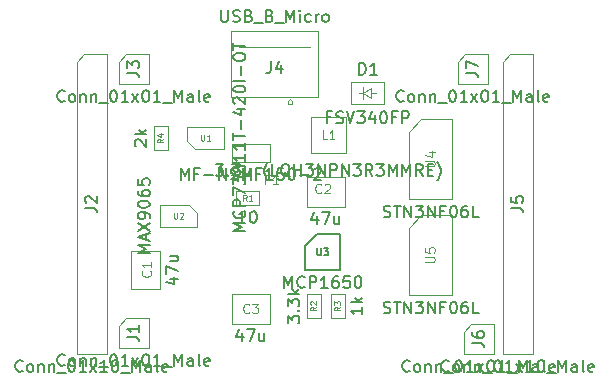
<source format=gbr>
G04 #@! TF.GenerationSoftware,KiCad,Pcbnew,(5.0.1)-3*
G04 #@! TF.CreationDate,2019-08-21T09:16:30-04:00*
G04 #@! TF.ProjectId,BMS Module,424D53204D6F64756C652E6B69636164,rev?*
G04 #@! TF.SameCoordinates,Original*
G04 #@! TF.FileFunction,Other,Fab,Top*
%FSLAX46Y46*%
G04 Gerber Fmt 4.6, Leading zero omitted, Abs format (unit mm)*
G04 Created by KiCad (PCBNEW (5.0.1)-3) date 8/21/2019 9:16:30 AM*
%MOMM*%
%LPD*%
G01*
G04 APERTURE LIST*
%ADD10C,0.100000*%
%ADD11C,0.150000*%
%ADD12C,0.120000*%
%ADD13C,0.105000*%
%ADD14C,0.075000*%
%ADD15C,0.080000*%
G04 APERTURE END LIST*
D10*
G04 #@! TO.C,J4*
X77580000Y-46850000D02*
X77580000Y-52400000D01*
X84280000Y-48150000D02*
X78280000Y-48150000D01*
X84980000Y-46850000D02*
X77580000Y-46850000D01*
X84980000Y-52400000D02*
X77580000Y-52400000D01*
X84980000Y-46850000D02*
X84980000Y-52400000D01*
X82580000Y-52550000D02*
X82780000Y-52750000D01*
X82380000Y-52750000D02*
X82580000Y-52550000D01*
X82780000Y-52960000D02*
X82380000Y-52960000D01*
X82780000Y-52960000D02*
X82780000Y-52750000D01*
X82380000Y-52960000D02*
X82380000Y-52750000D01*
G04 #@! TO.C,F1*
X77648000Y-57950000D02*
X77648000Y-56350000D01*
X77648000Y-56350000D02*
X80848000Y-56350000D01*
X80848000Y-56350000D02*
X80848000Y-57950000D01*
X80848000Y-57950000D02*
X77648000Y-57950000D01*
G04 #@! TO.C,C2*
X83998000Y-61702000D02*
X83998000Y-59202000D01*
X83998000Y-59202000D02*
X87198000Y-59202000D01*
X87198000Y-59202000D02*
X87198000Y-61702000D01*
X87198000Y-61702000D02*
X83998000Y-61702000D01*
G04 #@! TO.C,C3*
X80848000Y-71608000D02*
X77648000Y-71608000D01*
X80848000Y-69108000D02*
X80848000Y-71608000D01*
X77648000Y-69108000D02*
X80848000Y-69108000D01*
X77648000Y-71608000D02*
X77648000Y-69108000D01*
G04 #@! TO.C,C1*
X71608000Y-68656000D02*
X69108000Y-68656000D01*
X69108000Y-68656000D02*
X69108000Y-65456000D01*
X69108000Y-65456000D02*
X71608000Y-65456000D01*
X71608000Y-65456000D02*
X71608000Y-68656000D01*
G04 #@! TO.C,J1*
X68072000Y-71755000D02*
X68707000Y-71120000D01*
X68072000Y-73660000D02*
X68072000Y-71755000D01*
X70612000Y-73660000D02*
X68072000Y-73660000D01*
X70612000Y-71120000D02*
X70612000Y-73660000D01*
X68707000Y-71120000D02*
X70612000Y-71120000D01*
G04 #@! TO.C,J3*
X68707000Y-48768000D02*
X70612000Y-48768000D01*
X70612000Y-48768000D02*
X70612000Y-51308000D01*
X70612000Y-51308000D02*
X68072000Y-51308000D01*
X68072000Y-51308000D02*
X68072000Y-49403000D01*
X68072000Y-49403000D02*
X68707000Y-48768000D01*
G04 #@! TO.C,J6*
X97282000Y-72263000D02*
X97917000Y-71628000D01*
X97282000Y-74168000D02*
X97282000Y-72263000D01*
X99822000Y-74168000D02*
X97282000Y-74168000D01*
X99822000Y-71628000D02*
X99822000Y-74168000D01*
X97917000Y-71628000D02*
X99822000Y-71628000D01*
G04 #@! TO.C,J7*
X97409000Y-48768000D02*
X99314000Y-48768000D01*
X99314000Y-48768000D02*
X99314000Y-51308000D01*
X99314000Y-51308000D02*
X96774000Y-51308000D01*
X96774000Y-51308000D02*
X96774000Y-49403000D01*
X96774000Y-49403000D02*
X97409000Y-48768000D01*
G04 #@! TO.C,J5*
X100584000Y-49403000D02*
X101219000Y-48768000D01*
X100584000Y-74168000D02*
X100584000Y-49403000D01*
X103124000Y-74168000D02*
X100584000Y-74168000D01*
X103124000Y-48768000D02*
X103124000Y-74168000D01*
X101219000Y-48768000D02*
X103124000Y-48768000D01*
G04 #@! TO.C,J2*
X65151000Y-48768000D02*
X67056000Y-48768000D01*
X67056000Y-48768000D02*
X67056000Y-74168000D01*
X67056000Y-74168000D02*
X64516000Y-74168000D01*
X64516000Y-74168000D02*
X64516000Y-49403000D01*
X64516000Y-49403000D02*
X65151000Y-48768000D01*
G04 #@! TO.C,D1*
X89404000Y-52070000D02*
X89904000Y-52070000D01*
X89404000Y-52470000D02*
X88804000Y-52070000D01*
X89404000Y-51670000D02*
X89404000Y-52470000D01*
X88804000Y-52070000D02*
X89404000Y-51670000D01*
X88804000Y-52070000D02*
X88804000Y-52620000D01*
X88804000Y-52070000D02*
X88804000Y-51520000D01*
X88404000Y-52070000D02*
X88804000Y-52070000D01*
X87754000Y-52970000D02*
X87754000Y-51170000D01*
X90554000Y-52970000D02*
X87754000Y-52970000D01*
X90554000Y-51170000D02*
X90554000Y-52970000D01*
X87754000Y-51170000D02*
X90554000Y-51170000D01*
G04 #@! TO.C,L1*
X84352000Y-54126000D02*
X84352000Y-57126000D01*
X84352000Y-57126000D02*
X87352000Y-57126000D01*
X87352000Y-57126000D02*
X87352000Y-54126000D01*
X87352000Y-54126000D02*
X84352000Y-54126000D01*
D11*
G04 #@! TO.C,U3*
X84844000Y-64032000D02*
X86844000Y-64032000D01*
X86844000Y-64032000D02*
X86844000Y-67032000D01*
X86844000Y-67032000D02*
X83844000Y-67032000D01*
X83844000Y-67032000D02*
X83844000Y-65032000D01*
X83844000Y-65032000D02*
X84844000Y-64032000D01*
D10*
G04 #@! TO.C,U4*
X96338000Y-54308000D02*
X96338000Y-61008000D01*
X92638000Y-61008000D02*
X96338000Y-61008000D01*
X93688000Y-54308000D02*
X96338000Y-54308000D01*
X92638000Y-55358000D02*
X92638000Y-61008000D01*
X92638000Y-55358000D02*
X93688000Y-54308000D01*
G04 #@! TO.C,U5*
X92638000Y-63486000D02*
X93688000Y-62436000D01*
X92638000Y-63486000D02*
X92638000Y-69136000D01*
X93688000Y-62436000D02*
X96338000Y-62436000D01*
X92638000Y-69136000D02*
X96338000Y-69136000D01*
X96338000Y-62436000D02*
X96338000Y-69136000D01*
G04 #@! TO.C,U1*
X73888000Y-54980000D02*
X76988000Y-54980000D01*
X76988000Y-54980000D02*
X76988000Y-56780000D01*
X74538000Y-56780000D02*
X76988000Y-56780000D01*
X73888000Y-54980000D02*
X73888000Y-56130000D01*
X74538000Y-56780000D02*
X73888000Y-56130000D01*
G04 #@! TO.C,U2*
X74052000Y-61584000D02*
X74702000Y-62234000D01*
X74702000Y-63384000D02*
X74702000Y-62234000D01*
X74052000Y-61584000D02*
X71602000Y-61584000D01*
X71602000Y-63384000D02*
X71602000Y-61584000D01*
X74702000Y-63384000D02*
X71602000Y-63384000D01*
G04 #@! TO.C,R3*
X87214000Y-69104000D02*
X87214000Y-71104000D01*
X86014000Y-69104000D02*
X87214000Y-69104000D01*
X86014000Y-71104000D02*
X86014000Y-69104000D01*
X87214000Y-71104000D02*
X86014000Y-71104000D01*
G04 #@! TO.C,R4*
X71028000Y-54880000D02*
X72228000Y-54880000D01*
X72228000Y-54880000D02*
X72228000Y-56880000D01*
X72228000Y-56880000D02*
X71028000Y-56880000D01*
X71028000Y-56880000D02*
X71028000Y-54880000D01*
G04 #@! TO.C,R2*
X83982000Y-71104000D02*
X83982000Y-69104000D01*
X85182000Y-71104000D02*
X83982000Y-71104000D01*
X85182000Y-69104000D02*
X85182000Y-71104000D01*
X83982000Y-69104000D02*
X85182000Y-69104000D01*
G04 #@! TO.C,R1*
X77994000Y-61560000D02*
X77994000Y-60360000D01*
X77994000Y-60360000D02*
X79994000Y-60360000D01*
X79994000Y-60360000D02*
X79994000Y-61560000D01*
X79994000Y-61560000D02*
X77994000Y-61560000D01*
G04 #@! TD*
G04 #@! TO.C,J4*
D11*
X76756190Y-45052380D02*
X76756190Y-45861904D01*
X76803809Y-45957142D01*
X76851428Y-46004761D01*
X76946666Y-46052380D01*
X77137142Y-46052380D01*
X77232380Y-46004761D01*
X77280000Y-45957142D01*
X77327619Y-45861904D01*
X77327619Y-45052380D01*
X77756190Y-46004761D02*
X77899047Y-46052380D01*
X78137142Y-46052380D01*
X78232380Y-46004761D01*
X78280000Y-45957142D01*
X78327619Y-45861904D01*
X78327619Y-45766666D01*
X78280000Y-45671428D01*
X78232380Y-45623809D01*
X78137142Y-45576190D01*
X77946666Y-45528571D01*
X77851428Y-45480952D01*
X77803809Y-45433333D01*
X77756190Y-45338095D01*
X77756190Y-45242857D01*
X77803809Y-45147619D01*
X77851428Y-45100000D01*
X77946666Y-45052380D01*
X78184761Y-45052380D01*
X78327619Y-45100000D01*
X79089523Y-45528571D02*
X79232380Y-45576190D01*
X79280000Y-45623809D01*
X79327619Y-45719047D01*
X79327619Y-45861904D01*
X79280000Y-45957142D01*
X79232380Y-46004761D01*
X79137142Y-46052380D01*
X78756190Y-46052380D01*
X78756190Y-45052380D01*
X79089523Y-45052380D01*
X79184761Y-45100000D01*
X79232380Y-45147619D01*
X79280000Y-45242857D01*
X79280000Y-45338095D01*
X79232380Y-45433333D01*
X79184761Y-45480952D01*
X79089523Y-45528571D01*
X78756190Y-45528571D01*
X79518095Y-46147619D02*
X80280000Y-46147619D01*
X80851428Y-45528571D02*
X80994285Y-45576190D01*
X81041904Y-45623809D01*
X81089523Y-45719047D01*
X81089523Y-45861904D01*
X81041904Y-45957142D01*
X80994285Y-46004761D01*
X80899047Y-46052380D01*
X80518095Y-46052380D01*
X80518095Y-45052380D01*
X80851428Y-45052380D01*
X80946666Y-45100000D01*
X80994285Y-45147619D01*
X81041904Y-45242857D01*
X81041904Y-45338095D01*
X80994285Y-45433333D01*
X80946666Y-45480952D01*
X80851428Y-45528571D01*
X80518095Y-45528571D01*
X81280000Y-46147619D02*
X82041904Y-46147619D01*
X82280000Y-46052380D02*
X82280000Y-45052380D01*
X82613333Y-45766666D01*
X82946666Y-45052380D01*
X82946666Y-46052380D01*
X83422857Y-46052380D02*
X83422857Y-45385714D01*
X83422857Y-45052380D02*
X83375238Y-45100000D01*
X83422857Y-45147619D01*
X83470476Y-45100000D01*
X83422857Y-45052380D01*
X83422857Y-45147619D01*
X84327619Y-46004761D02*
X84232380Y-46052380D01*
X84041904Y-46052380D01*
X83946666Y-46004761D01*
X83899047Y-45957142D01*
X83851428Y-45861904D01*
X83851428Y-45576190D01*
X83899047Y-45480952D01*
X83946666Y-45433333D01*
X84041904Y-45385714D01*
X84232380Y-45385714D01*
X84327619Y-45433333D01*
X84756190Y-46052380D02*
X84756190Y-45385714D01*
X84756190Y-45576190D02*
X84803809Y-45480952D01*
X84851428Y-45433333D01*
X84946666Y-45385714D01*
X85041904Y-45385714D01*
X85518095Y-46052380D02*
X85422857Y-46004761D01*
X85375238Y-45957142D01*
X85327619Y-45861904D01*
X85327619Y-45576190D01*
X85375238Y-45480952D01*
X85422857Y-45433333D01*
X85518095Y-45385714D01*
X85660952Y-45385714D01*
X85756190Y-45433333D01*
X85803809Y-45480952D01*
X85851428Y-45576190D01*
X85851428Y-45861904D01*
X85803809Y-45957142D01*
X85756190Y-46004761D01*
X85660952Y-46052380D01*
X85518095Y-46052380D01*
X80946666Y-49402380D02*
X80946666Y-50116666D01*
X80899047Y-50259523D01*
X80803809Y-50354761D01*
X80660952Y-50402380D01*
X80565714Y-50402380D01*
X81851428Y-49735714D02*
X81851428Y-50402380D01*
X81613333Y-49354761D02*
X81375238Y-50069047D01*
X81994285Y-50069047D01*
G04 #@! TO.C,F1*
X73343238Y-59422380D02*
X73343238Y-58422380D01*
X73676571Y-59136666D01*
X74009904Y-58422380D01*
X74009904Y-59422380D01*
X74819428Y-58898571D02*
X74486095Y-58898571D01*
X74486095Y-59422380D02*
X74486095Y-58422380D01*
X74962285Y-58422380D01*
X75343238Y-59041428D02*
X76105142Y-59041428D01*
X76581333Y-59422380D02*
X76581333Y-58422380D01*
X77152761Y-59422380D01*
X77152761Y-58422380D01*
X77581333Y-59374761D02*
X77724190Y-59422380D01*
X77962285Y-59422380D01*
X78057523Y-59374761D01*
X78105142Y-59327142D01*
X78152761Y-59231904D01*
X78152761Y-59136666D01*
X78105142Y-59041428D01*
X78057523Y-58993809D01*
X77962285Y-58946190D01*
X77771809Y-58898571D01*
X77676571Y-58850952D01*
X77628952Y-58803333D01*
X77581333Y-58708095D01*
X77581333Y-58612857D01*
X77628952Y-58517619D01*
X77676571Y-58470000D01*
X77771809Y-58422380D01*
X78009904Y-58422380D01*
X78152761Y-58470000D01*
X78581333Y-59422380D02*
X78581333Y-58422380D01*
X78914666Y-59136666D01*
X79248000Y-58422380D01*
X79248000Y-59422380D01*
X80057523Y-58898571D02*
X79724190Y-58898571D01*
X79724190Y-59422380D02*
X79724190Y-58422380D01*
X80200380Y-58422380D01*
X81105142Y-59422380D02*
X80533714Y-59422380D01*
X80819428Y-59422380D02*
X80819428Y-58422380D01*
X80724190Y-58565238D01*
X80628952Y-58660476D01*
X80533714Y-58708095D01*
X82009904Y-58422380D02*
X81533714Y-58422380D01*
X81486095Y-58898571D01*
X81533714Y-58850952D01*
X81628952Y-58803333D01*
X81867047Y-58803333D01*
X81962285Y-58850952D01*
X82009904Y-58898571D01*
X82057523Y-58993809D01*
X82057523Y-59231904D01*
X82009904Y-59327142D01*
X81962285Y-59374761D01*
X81867047Y-59422380D01*
X81628952Y-59422380D01*
X81533714Y-59374761D01*
X81486095Y-59327142D01*
X82676571Y-58422380D02*
X82771809Y-58422380D01*
X82867047Y-58470000D01*
X82914666Y-58517619D01*
X82962285Y-58612857D01*
X83009904Y-58803333D01*
X83009904Y-59041428D01*
X82962285Y-59231904D01*
X82914666Y-59327142D01*
X82867047Y-59374761D01*
X82771809Y-59422380D01*
X82676571Y-59422380D01*
X82581333Y-59374761D01*
X82533714Y-59327142D01*
X82486095Y-59231904D01*
X82438476Y-59041428D01*
X82438476Y-58803333D01*
X82486095Y-58612857D01*
X82533714Y-58517619D01*
X82581333Y-58470000D01*
X82676571Y-58422380D01*
X83438476Y-59041428D02*
X84200380Y-59041428D01*
X84628952Y-58517619D02*
X84676571Y-58470000D01*
X84771809Y-58422380D01*
X85009904Y-58422380D01*
X85105142Y-58470000D01*
X85152761Y-58517619D01*
X85200380Y-58612857D01*
X85200380Y-58708095D01*
X85152761Y-58850952D01*
X84581333Y-59422380D01*
X85200380Y-59422380D01*
D12*
X80759333Y-59378857D02*
X80492666Y-59378857D01*
X80492666Y-59797904D02*
X80492666Y-58997904D01*
X80873619Y-58997904D01*
X81597428Y-59797904D02*
X81140285Y-59797904D01*
X81368857Y-59797904D02*
X81368857Y-58997904D01*
X81292666Y-59112190D01*
X81216476Y-59188380D01*
X81140285Y-59226476D01*
G04 #@! TO.C,C2*
D11*
X84859904Y-62517714D02*
X84859904Y-63184380D01*
X84621809Y-62136761D02*
X84383714Y-62851047D01*
X85002761Y-62851047D01*
X85288476Y-62184380D02*
X85955142Y-62184380D01*
X85526571Y-63184380D01*
X86764666Y-62517714D02*
X86764666Y-63184380D01*
X86336095Y-62517714D02*
X86336095Y-63041523D01*
X86383714Y-63136761D01*
X86478952Y-63184380D01*
X86621809Y-63184380D01*
X86717047Y-63136761D01*
X86764666Y-63089142D01*
D12*
X85210666Y-60483714D02*
X85172571Y-60521809D01*
X85058285Y-60559904D01*
X84982095Y-60559904D01*
X84867809Y-60521809D01*
X84791619Y-60445619D01*
X84753523Y-60369428D01*
X84715428Y-60217047D01*
X84715428Y-60102761D01*
X84753523Y-59950380D01*
X84791619Y-59874190D01*
X84867809Y-59798000D01*
X84982095Y-59759904D01*
X85058285Y-59759904D01*
X85172571Y-59798000D01*
X85210666Y-59836095D01*
X85515428Y-59836095D02*
X85553523Y-59798000D01*
X85629714Y-59759904D01*
X85820190Y-59759904D01*
X85896380Y-59798000D01*
X85934476Y-59836095D01*
X85972571Y-59912285D01*
X85972571Y-59988476D01*
X85934476Y-60102761D01*
X85477333Y-60559904D01*
X85972571Y-60559904D01*
G04 #@! TO.C,C3*
D11*
X78509904Y-72423714D02*
X78509904Y-73090380D01*
X78271809Y-72042761D02*
X78033714Y-72757047D01*
X78652761Y-72757047D01*
X78938476Y-72090380D02*
X79605142Y-72090380D01*
X79176571Y-73090380D01*
X80414666Y-72423714D02*
X80414666Y-73090380D01*
X79986095Y-72423714D02*
X79986095Y-72947523D01*
X80033714Y-73042761D01*
X80128952Y-73090380D01*
X80271809Y-73090380D01*
X80367047Y-73042761D01*
X80414666Y-72995142D01*
D12*
X79114666Y-70643714D02*
X79076571Y-70681809D01*
X78962285Y-70719904D01*
X78886095Y-70719904D01*
X78771809Y-70681809D01*
X78695619Y-70605619D01*
X78657523Y-70529428D01*
X78619428Y-70377047D01*
X78619428Y-70262761D01*
X78657523Y-70110380D01*
X78695619Y-70034190D01*
X78771809Y-69958000D01*
X78886095Y-69919904D01*
X78962285Y-69919904D01*
X79076571Y-69958000D01*
X79114666Y-69996095D01*
X79381333Y-69919904D02*
X79876571Y-69919904D01*
X79609904Y-70224666D01*
X79724190Y-70224666D01*
X79800380Y-70262761D01*
X79838476Y-70300857D01*
X79876571Y-70377047D01*
X79876571Y-70567523D01*
X79838476Y-70643714D01*
X79800380Y-70681809D01*
X79724190Y-70719904D01*
X79495619Y-70719904D01*
X79419428Y-70681809D01*
X79381333Y-70643714D01*
G04 #@! TO.C,C1*
D11*
X72423714Y-67794095D02*
X73090380Y-67794095D01*
X72042761Y-68032190D02*
X72757047Y-68270285D01*
X72757047Y-67651238D01*
X72090380Y-67365523D02*
X72090380Y-66698857D01*
X73090380Y-67127428D01*
X72423714Y-65889333D02*
X73090380Y-65889333D01*
X72423714Y-66317904D02*
X72947523Y-66317904D01*
X73042761Y-66270285D01*
X73090380Y-66175047D01*
X73090380Y-66032190D01*
X73042761Y-65936952D01*
X72995142Y-65889333D01*
D12*
X70738713Y-67142334D02*
X70776808Y-67180429D01*
X70814903Y-67294715D01*
X70814903Y-67370905D01*
X70776808Y-67485191D01*
X70700618Y-67561381D01*
X70624427Y-67599477D01*
X70472046Y-67637572D01*
X70357760Y-67637572D01*
X70205379Y-67599477D01*
X70129189Y-67561381D01*
X70052999Y-67485191D01*
X70014903Y-67370905D01*
X70014903Y-67294715D01*
X70052999Y-67180429D01*
X70091094Y-67142334D01*
X70814903Y-66380429D02*
X70814903Y-66837572D01*
X70814903Y-66609001D02*
X70014903Y-66609001D01*
X70129189Y-66685191D01*
X70205379Y-66761381D01*
X70243475Y-66837572D01*
G04 #@! TO.C,J1*
D11*
X63508666Y-75077142D02*
X63461047Y-75124761D01*
X63318190Y-75172380D01*
X63222952Y-75172380D01*
X63080095Y-75124761D01*
X62984857Y-75029523D01*
X62937238Y-74934285D01*
X62889619Y-74743809D01*
X62889619Y-74600952D01*
X62937238Y-74410476D01*
X62984857Y-74315238D01*
X63080095Y-74220000D01*
X63222952Y-74172380D01*
X63318190Y-74172380D01*
X63461047Y-74220000D01*
X63508666Y-74267619D01*
X64080095Y-75172380D02*
X63984857Y-75124761D01*
X63937238Y-75077142D01*
X63889619Y-74981904D01*
X63889619Y-74696190D01*
X63937238Y-74600952D01*
X63984857Y-74553333D01*
X64080095Y-74505714D01*
X64222952Y-74505714D01*
X64318190Y-74553333D01*
X64365809Y-74600952D01*
X64413428Y-74696190D01*
X64413428Y-74981904D01*
X64365809Y-75077142D01*
X64318190Y-75124761D01*
X64222952Y-75172380D01*
X64080095Y-75172380D01*
X64842000Y-74505714D02*
X64842000Y-75172380D01*
X64842000Y-74600952D02*
X64889619Y-74553333D01*
X64984857Y-74505714D01*
X65127714Y-74505714D01*
X65222952Y-74553333D01*
X65270571Y-74648571D01*
X65270571Y-75172380D01*
X65746761Y-74505714D02*
X65746761Y-75172380D01*
X65746761Y-74600952D02*
X65794380Y-74553333D01*
X65889619Y-74505714D01*
X66032476Y-74505714D01*
X66127714Y-74553333D01*
X66175333Y-74648571D01*
X66175333Y-75172380D01*
X66413428Y-75267619D02*
X67175333Y-75267619D01*
X67603904Y-74172380D02*
X67699142Y-74172380D01*
X67794380Y-74220000D01*
X67842000Y-74267619D01*
X67889619Y-74362857D01*
X67937238Y-74553333D01*
X67937238Y-74791428D01*
X67889619Y-74981904D01*
X67842000Y-75077142D01*
X67794380Y-75124761D01*
X67699142Y-75172380D01*
X67603904Y-75172380D01*
X67508666Y-75124761D01*
X67461047Y-75077142D01*
X67413428Y-74981904D01*
X67365809Y-74791428D01*
X67365809Y-74553333D01*
X67413428Y-74362857D01*
X67461047Y-74267619D01*
X67508666Y-74220000D01*
X67603904Y-74172380D01*
X68889619Y-75172380D02*
X68318190Y-75172380D01*
X68603904Y-75172380D02*
X68603904Y-74172380D01*
X68508666Y-74315238D01*
X68413428Y-74410476D01*
X68318190Y-74458095D01*
X69222952Y-75172380D02*
X69746761Y-74505714D01*
X69222952Y-74505714D02*
X69746761Y-75172380D01*
X70318190Y-74172380D02*
X70413428Y-74172380D01*
X70508666Y-74220000D01*
X70556285Y-74267619D01*
X70603904Y-74362857D01*
X70651523Y-74553333D01*
X70651523Y-74791428D01*
X70603904Y-74981904D01*
X70556285Y-75077142D01*
X70508666Y-75124761D01*
X70413428Y-75172380D01*
X70318190Y-75172380D01*
X70222952Y-75124761D01*
X70175333Y-75077142D01*
X70127714Y-74981904D01*
X70080095Y-74791428D01*
X70080095Y-74553333D01*
X70127714Y-74362857D01*
X70175333Y-74267619D01*
X70222952Y-74220000D01*
X70318190Y-74172380D01*
X71603904Y-75172380D02*
X71032476Y-75172380D01*
X71318190Y-75172380D02*
X71318190Y-74172380D01*
X71222952Y-74315238D01*
X71127714Y-74410476D01*
X71032476Y-74458095D01*
X71794380Y-75267619D02*
X72556285Y-75267619D01*
X72794380Y-75172380D02*
X72794380Y-74172380D01*
X73127714Y-74886666D01*
X73461047Y-74172380D01*
X73461047Y-75172380D01*
X74365809Y-75172380D02*
X74365809Y-74648571D01*
X74318190Y-74553333D01*
X74222952Y-74505714D01*
X74032476Y-74505714D01*
X73937238Y-74553333D01*
X74365809Y-75124761D02*
X74270571Y-75172380D01*
X74032476Y-75172380D01*
X73937238Y-75124761D01*
X73889619Y-75029523D01*
X73889619Y-74934285D01*
X73937238Y-74839047D01*
X74032476Y-74791428D01*
X74270571Y-74791428D01*
X74365809Y-74743809D01*
X74984857Y-75172380D02*
X74889619Y-75124761D01*
X74842000Y-75029523D01*
X74842000Y-74172380D01*
X75746761Y-75124761D02*
X75651523Y-75172380D01*
X75461047Y-75172380D01*
X75365809Y-75124761D01*
X75318190Y-75029523D01*
X75318190Y-74648571D01*
X75365809Y-74553333D01*
X75461047Y-74505714D01*
X75651523Y-74505714D01*
X75746761Y-74553333D01*
X75794380Y-74648571D01*
X75794380Y-74743809D01*
X75318190Y-74839047D01*
X68794380Y-72723333D02*
X69508666Y-72723333D01*
X69651523Y-72770952D01*
X69746761Y-72866190D01*
X69794380Y-73009047D01*
X69794380Y-73104285D01*
X69794380Y-71723333D02*
X69794380Y-72294761D01*
X69794380Y-72009047D02*
X68794380Y-72009047D01*
X68937238Y-72104285D01*
X69032476Y-72199523D01*
X69080095Y-72294761D01*
G04 #@! TO.C,J3*
X63508666Y-52725142D02*
X63461047Y-52772761D01*
X63318190Y-52820380D01*
X63222952Y-52820380D01*
X63080095Y-52772761D01*
X62984857Y-52677523D01*
X62937238Y-52582285D01*
X62889619Y-52391809D01*
X62889619Y-52248952D01*
X62937238Y-52058476D01*
X62984857Y-51963238D01*
X63080095Y-51868000D01*
X63222952Y-51820380D01*
X63318190Y-51820380D01*
X63461047Y-51868000D01*
X63508666Y-51915619D01*
X64080095Y-52820380D02*
X63984857Y-52772761D01*
X63937238Y-52725142D01*
X63889619Y-52629904D01*
X63889619Y-52344190D01*
X63937238Y-52248952D01*
X63984857Y-52201333D01*
X64080095Y-52153714D01*
X64222952Y-52153714D01*
X64318190Y-52201333D01*
X64365809Y-52248952D01*
X64413428Y-52344190D01*
X64413428Y-52629904D01*
X64365809Y-52725142D01*
X64318190Y-52772761D01*
X64222952Y-52820380D01*
X64080095Y-52820380D01*
X64842000Y-52153714D02*
X64842000Y-52820380D01*
X64842000Y-52248952D02*
X64889619Y-52201333D01*
X64984857Y-52153714D01*
X65127714Y-52153714D01*
X65222952Y-52201333D01*
X65270571Y-52296571D01*
X65270571Y-52820380D01*
X65746761Y-52153714D02*
X65746761Y-52820380D01*
X65746761Y-52248952D02*
X65794380Y-52201333D01*
X65889619Y-52153714D01*
X66032476Y-52153714D01*
X66127714Y-52201333D01*
X66175333Y-52296571D01*
X66175333Y-52820380D01*
X66413428Y-52915619D02*
X67175333Y-52915619D01*
X67603904Y-51820380D02*
X67699142Y-51820380D01*
X67794380Y-51868000D01*
X67842000Y-51915619D01*
X67889619Y-52010857D01*
X67937238Y-52201333D01*
X67937238Y-52439428D01*
X67889619Y-52629904D01*
X67842000Y-52725142D01*
X67794380Y-52772761D01*
X67699142Y-52820380D01*
X67603904Y-52820380D01*
X67508666Y-52772761D01*
X67461047Y-52725142D01*
X67413428Y-52629904D01*
X67365809Y-52439428D01*
X67365809Y-52201333D01*
X67413428Y-52010857D01*
X67461047Y-51915619D01*
X67508666Y-51868000D01*
X67603904Y-51820380D01*
X68889619Y-52820380D02*
X68318190Y-52820380D01*
X68603904Y-52820380D02*
X68603904Y-51820380D01*
X68508666Y-51963238D01*
X68413428Y-52058476D01*
X68318190Y-52106095D01*
X69222952Y-52820380D02*
X69746761Y-52153714D01*
X69222952Y-52153714D02*
X69746761Y-52820380D01*
X70318190Y-51820380D02*
X70413428Y-51820380D01*
X70508666Y-51868000D01*
X70556285Y-51915619D01*
X70603904Y-52010857D01*
X70651523Y-52201333D01*
X70651523Y-52439428D01*
X70603904Y-52629904D01*
X70556285Y-52725142D01*
X70508666Y-52772761D01*
X70413428Y-52820380D01*
X70318190Y-52820380D01*
X70222952Y-52772761D01*
X70175333Y-52725142D01*
X70127714Y-52629904D01*
X70080095Y-52439428D01*
X70080095Y-52201333D01*
X70127714Y-52010857D01*
X70175333Y-51915619D01*
X70222952Y-51868000D01*
X70318190Y-51820380D01*
X71603904Y-52820380D02*
X71032476Y-52820380D01*
X71318190Y-52820380D02*
X71318190Y-51820380D01*
X71222952Y-51963238D01*
X71127714Y-52058476D01*
X71032476Y-52106095D01*
X71794380Y-52915619D02*
X72556285Y-52915619D01*
X72794380Y-52820380D02*
X72794380Y-51820380D01*
X73127714Y-52534666D01*
X73461047Y-51820380D01*
X73461047Y-52820380D01*
X74365809Y-52820380D02*
X74365809Y-52296571D01*
X74318190Y-52201333D01*
X74222952Y-52153714D01*
X74032476Y-52153714D01*
X73937238Y-52201333D01*
X74365809Y-52772761D02*
X74270571Y-52820380D01*
X74032476Y-52820380D01*
X73937238Y-52772761D01*
X73889619Y-52677523D01*
X73889619Y-52582285D01*
X73937238Y-52487047D01*
X74032476Y-52439428D01*
X74270571Y-52439428D01*
X74365809Y-52391809D01*
X74984857Y-52820380D02*
X74889619Y-52772761D01*
X74842000Y-52677523D01*
X74842000Y-51820380D01*
X75746761Y-52772761D02*
X75651523Y-52820380D01*
X75461047Y-52820380D01*
X75365809Y-52772761D01*
X75318190Y-52677523D01*
X75318190Y-52296571D01*
X75365809Y-52201333D01*
X75461047Y-52153714D01*
X75651523Y-52153714D01*
X75746761Y-52201333D01*
X75794380Y-52296571D01*
X75794380Y-52391809D01*
X75318190Y-52487047D01*
X68794380Y-50371333D02*
X69508666Y-50371333D01*
X69651523Y-50418952D01*
X69746761Y-50514190D01*
X69794380Y-50657047D01*
X69794380Y-50752285D01*
X68794380Y-49990380D02*
X68794380Y-49371333D01*
X69175333Y-49704666D01*
X69175333Y-49561809D01*
X69222952Y-49466571D01*
X69270571Y-49418952D01*
X69365809Y-49371333D01*
X69603904Y-49371333D01*
X69699142Y-49418952D01*
X69746761Y-49466571D01*
X69794380Y-49561809D01*
X69794380Y-49847523D01*
X69746761Y-49942761D01*
X69699142Y-49990380D01*
G04 #@! TO.C,J6*
X92718666Y-75585142D02*
X92671047Y-75632761D01*
X92528190Y-75680380D01*
X92432952Y-75680380D01*
X92290095Y-75632761D01*
X92194857Y-75537523D01*
X92147238Y-75442285D01*
X92099619Y-75251809D01*
X92099619Y-75108952D01*
X92147238Y-74918476D01*
X92194857Y-74823238D01*
X92290095Y-74728000D01*
X92432952Y-74680380D01*
X92528190Y-74680380D01*
X92671047Y-74728000D01*
X92718666Y-74775619D01*
X93290095Y-75680380D02*
X93194857Y-75632761D01*
X93147238Y-75585142D01*
X93099619Y-75489904D01*
X93099619Y-75204190D01*
X93147238Y-75108952D01*
X93194857Y-75061333D01*
X93290095Y-75013714D01*
X93432952Y-75013714D01*
X93528190Y-75061333D01*
X93575809Y-75108952D01*
X93623428Y-75204190D01*
X93623428Y-75489904D01*
X93575809Y-75585142D01*
X93528190Y-75632761D01*
X93432952Y-75680380D01*
X93290095Y-75680380D01*
X94052000Y-75013714D02*
X94052000Y-75680380D01*
X94052000Y-75108952D02*
X94099619Y-75061333D01*
X94194857Y-75013714D01*
X94337714Y-75013714D01*
X94432952Y-75061333D01*
X94480571Y-75156571D01*
X94480571Y-75680380D01*
X94956761Y-75013714D02*
X94956761Y-75680380D01*
X94956761Y-75108952D02*
X95004380Y-75061333D01*
X95099619Y-75013714D01*
X95242476Y-75013714D01*
X95337714Y-75061333D01*
X95385333Y-75156571D01*
X95385333Y-75680380D01*
X95623428Y-75775619D02*
X96385333Y-75775619D01*
X96813904Y-74680380D02*
X96909142Y-74680380D01*
X97004380Y-74728000D01*
X97052000Y-74775619D01*
X97099619Y-74870857D01*
X97147238Y-75061333D01*
X97147238Y-75299428D01*
X97099619Y-75489904D01*
X97052000Y-75585142D01*
X97004380Y-75632761D01*
X96909142Y-75680380D01*
X96813904Y-75680380D01*
X96718666Y-75632761D01*
X96671047Y-75585142D01*
X96623428Y-75489904D01*
X96575809Y-75299428D01*
X96575809Y-75061333D01*
X96623428Y-74870857D01*
X96671047Y-74775619D01*
X96718666Y-74728000D01*
X96813904Y-74680380D01*
X98099619Y-75680380D02*
X97528190Y-75680380D01*
X97813904Y-75680380D02*
X97813904Y-74680380D01*
X97718666Y-74823238D01*
X97623428Y-74918476D01*
X97528190Y-74966095D01*
X98432952Y-75680380D02*
X98956761Y-75013714D01*
X98432952Y-75013714D02*
X98956761Y-75680380D01*
X99528190Y-74680380D02*
X99623428Y-74680380D01*
X99718666Y-74728000D01*
X99766285Y-74775619D01*
X99813904Y-74870857D01*
X99861523Y-75061333D01*
X99861523Y-75299428D01*
X99813904Y-75489904D01*
X99766285Y-75585142D01*
X99718666Y-75632761D01*
X99623428Y-75680380D01*
X99528190Y-75680380D01*
X99432952Y-75632761D01*
X99385333Y-75585142D01*
X99337714Y-75489904D01*
X99290095Y-75299428D01*
X99290095Y-75061333D01*
X99337714Y-74870857D01*
X99385333Y-74775619D01*
X99432952Y-74728000D01*
X99528190Y-74680380D01*
X100813904Y-75680380D02*
X100242476Y-75680380D01*
X100528190Y-75680380D02*
X100528190Y-74680380D01*
X100432952Y-74823238D01*
X100337714Y-74918476D01*
X100242476Y-74966095D01*
X101004380Y-75775619D02*
X101766285Y-75775619D01*
X102004380Y-75680380D02*
X102004380Y-74680380D01*
X102337714Y-75394666D01*
X102671047Y-74680380D01*
X102671047Y-75680380D01*
X103575809Y-75680380D02*
X103575809Y-75156571D01*
X103528190Y-75061333D01*
X103432952Y-75013714D01*
X103242476Y-75013714D01*
X103147238Y-75061333D01*
X103575809Y-75632761D02*
X103480571Y-75680380D01*
X103242476Y-75680380D01*
X103147238Y-75632761D01*
X103099619Y-75537523D01*
X103099619Y-75442285D01*
X103147238Y-75347047D01*
X103242476Y-75299428D01*
X103480571Y-75299428D01*
X103575809Y-75251809D01*
X104194857Y-75680380D02*
X104099619Y-75632761D01*
X104052000Y-75537523D01*
X104052000Y-74680380D01*
X104956761Y-75632761D02*
X104861523Y-75680380D01*
X104671047Y-75680380D01*
X104575809Y-75632761D01*
X104528190Y-75537523D01*
X104528190Y-75156571D01*
X104575809Y-75061333D01*
X104671047Y-75013714D01*
X104861523Y-75013714D01*
X104956761Y-75061333D01*
X105004380Y-75156571D01*
X105004380Y-75251809D01*
X104528190Y-75347047D01*
X98004380Y-73231333D02*
X98718666Y-73231333D01*
X98861523Y-73278952D01*
X98956761Y-73374190D01*
X99004380Y-73517047D01*
X99004380Y-73612285D01*
X98004380Y-72326571D02*
X98004380Y-72517047D01*
X98052000Y-72612285D01*
X98099619Y-72659904D01*
X98242476Y-72755142D01*
X98432952Y-72802761D01*
X98813904Y-72802761D01*
X98909142Y-72755142D01*
X98956761Y-72707523D01*
X99004380Y-72612285D01*
X99004380Y-72421809D01*
X98956761Y-72326571D01*
X98909142Y-72278952D01*
X98813904Y-72231333D01*
X98575809Y-72231333D01*
X98480571Y-72278952D01*
X98432952Y-72326571D01*
X98385333Y-72421809D01*
X98385333Y-72612285D01*
X98432952Y-72707523D01*
X98480571Y-72755142D01*
X98575809Y-72802761D01*
G04 #@! TO.C,J7*
X92210666Y-52725142D02*
X92163047Y-52772761D01*
X92020190Y-52820380D01*
X91924952Y-52820380D01*
X91782095Y-52772761D01*
X91686857Y-52677523D01*
X91639238Y-52582285D01*
X91591619Y-52391809D01*
X91591619Y-52248952D01*
X91639238Y-52058476D01*
X91686857Y-51963238D01*
X91782095Y-51868000D01*
X91924952Y-51820380D01*
X92020190Y-51820380D01*
X92163047Y-51868000D01*
X92210666Y-51915619D01*
X92782095Y-52820380D02*
X92686857Y-52772761D01*
X92639238Y-52725142D01*
X92591619Y-52629904D01*
X92591619Y-52344190D01*
X92639238Y-52248952D01*
X92686857Y-52201333D01*
X92782095Y-52153714D01*
X92924952Y-52153714D01*
X93020190Y-52201333D01*
X93067809Y-52248952D01*
X93115428Y-52344190D01*
X93115428Y-52629904D01*
X93067809Y-52725142D01*
X93020190Y-52772761D01*
X92924952Y-52820380D01*
X92782095Y-52820380D01*
X93544000Y-52153714D02*
X93544000Y-52820380D01*
X93544000Y-52248952D02*
X93591619Y-52201333D01*
X93686857Y-52153714D01*
X93829714Y-52153714D01*
X93924952Y-52201333D01*
X93972571Y-52296571D01*
X93972571Y-52820380D01*
X94448761Y-52153714D02*
X94448761Y-52820380D01*
X94448761Y-52248952D02*
X94496380Y-52201333D01*
X94591619Y-52153714D01*
X94734476Y-52153714D01*
X94829714Y-52201333D01*
X94877333Y-52296571D01*
X94877333Y-52820380D01*
X95115428Y-52915619D02*
X95877333Y-52915619D01*
X96305904Y-51820380D02*
X96401142Y-51820380D01*
X96496380Y-51868000D01*
X96544000Y-51915619D01*
X96591619Y-52010857D01*
X96639238Y-52201333D01*
X96639238Y-52439428D01*
X96591619Y-52629904D01*
X96544000Y-52725142D01*
X96496380Y-52772761D01*
X96401142Y-52820380D01*
X96305904Y-52820380D01*
X96210666Y-52772761D01*
X96163047Y-52725142D01*
X96115428Y-52629904D01*
X96067809Y-52439428D01*
X96067809Y-52201333D01*
X96115428Y-52010857D01*
X96163047Y-51915619D01*
X96210666Y-51868000D01*
X96305904Y-51820380D01*
X97591619Y-52820380D02*
X97020190Y-52820380D01*
X97305904Y-52820380D02*
X97305904Y-51820380D01*
X97210666Y-51963238D01*
X97115428Y-52058476D01*
X97020190Y-52106095D01*
X97924952Y-52820380D02*
X98448761Y-52153714D01*
X97924952Y-52153714D02*
X98448761Y-52820380D01*
X99020190Y-51820380D02*
X99115428Y-51820380D01*
X99210666Y-51868000D01*
X99258285Y-51915619D01*
X99305904Y-52010857D01*
X99353523Y-52201333D01*
X99353523Y-52439428D01*
X99305904Y-52629904D01*
X99258285Y-52725142D01*
X99210666Y-52772761D01*
X99115428Y-52820380D01*
X99020190Y-52820380D01*
X98924952Y-52772761D01*
X98877333Y-52725142D01*
X98829714Y-52629904D01*
X98782095Y-52439428D01*
X98782095Y-52201333D01*
X98829714Y-52010857D01*
X98877333Y-51915619D01*
X98924952Y-51868000D01*
X99020190Y-51820380D01*
X100305904Y-52820380D02*
X99734476Y-52820380D01*
X100020190Y-52820380D02*
X100020190Y-51820380D01*
X99924952Y-51963238D01*
X99829714Y-52058476D01*
X99734476Y-52106095D01*
X100496380Y-52915619D02*
X101258285Y-52915619D01*
X101496380Y-52820380D02*
X101496380Y-51820380D01*
X101829714Y-52534666D01*
X102163047Y-51820380D01*
X102163047Y-52820380D01*
X103067809Y-52820380D02*
X103067809Y-52296571D01*
X103020190Y-52201333D01*
X102924952Y-52153714D01*
X102734476Y-52153714D01*
X102639238Y-52201333D01*
X103067809Y-52772761D02*
X102972571Y-52820380D01*
X102734476Y-52820380D01*
X102639238Y-52772761D01*
X102591619Y-52677523D01*
X102591619Y-52582285D01*
X102639238Y-52487047D01*
X102734476Y-52439428D01*
X102972571Y-52439428D01*
X103067809Y-52391809D01*
X103686857Y-52820380D02*
X103591619Y-52772761D01*
X103544000Y-52677523D01*
X103544000Y-51820380D01*
X104448761Y-52772761D02*
X104353523Y-52820380D01*
X104163047Y-52820380D01*
X104067809Y-52772761D01*
X104020190Y-52677523D01*
X104020190Y-52296571D01*
X104067809Y-52201333D01*
X104163047Y-52153714D01*
X104353523Y-52153714D01*
X104448761Y-52201333D01*
X104496380Y-52296571D01*
X104496380Y-52391809D01*
X104020190Y-52487047D01*
X97496380Y-50371333D02*
X98210666Y-50371333D01*
X98353523Y-50418952D01*
X98448761Y-50514190D01*
X98496380Y-50657047D01*
X98496380Y-50752285D01*
X97496380Y-49990380D02*
X97496380Y-49323714D01*
X98496380Y-49752285D01*
G04 #@! TO.C,J5*
X96020666Y-75585142D02*
X95973047Y-75632761D01*
X95830190Y-75680380D01*
X95734952Y-75680380D01*
X95592095Y-75632761D01*
X95496857Y-75537523D01*
X95449238Y-75442285D01*
X95401619Y-75251809D01*
X95401619Y-75108952D01*
X95449238Y-74918476D01*
X95496857Y-74823238D01*
X95592095Y-74728000D01*
X95734952Y-74680380D01*
X95830190Y-74680380D01*
X95973047Y-74728000D01*
X96020666Y-74775619D01*
X96592095Y-75680380D02*
X96496857Y-75632761D01*
X96449238Y-75585142D01*
X96401619Y-75489904D01*
X96401619Y-75204190D01*
X96449238Y-75108952D01*
X96496857Y-75061333D01*
X96592095Y-75013714D01*
X96734952Y-75013714D01*
X96830190Y-75061333D01*
X96877809Y-75108952D01*
X96925428Y-75204190D01*
X96925428Y-75489904D01*
X96877809Y-75585142D01*
X96830190Y-75632761D01*
X96734952Y-75680380D01*
X96592095Y-75680380D01*
X97354000Y-75013714D02*
X97354000Y-75680380D01*
X97354000Y-75108952D02*
X97401619Y-75061333D01*
X97496857Y-75013714D01*
X97639714Y-75013714D01*
X97734952Y-75061333D01*
X97782571Y-75156571D01*
X97782571Y-75680380D01*
X98258761Y-75013714D02*
X98258761Y-75680380D01*
X98258761Y-75108952D02*
X98306380Y-75061333D01*
X98401619Y-75013714D01*
X98544476Y-75013714D01*
X98639714Y-75061333D01*
X98687333Y-75156571D01*
X98687333Y-75680380D01*
X98925428Y-75775619D02*
X99687333Y-75775619D01*
X100115904Y-74680380D02*
X100211142Y-74680380D01*
X100306380Y-74728000D01*
X100354000Y-74775619D01*
X100401619Y-74870857D01*
X100449238Y-75061333D01*
X100449238Y-75299428D01*
X100401619Y-75489904D01*
X100354000Y-75585142D01*
X100306380Y-75632761D01*
X100211142Y-75680380D01*
X100115904Y-75680380D01*
X100020666Y-75632761D01*
X99973047Y-75585142D01*
X99925428Y-75489904D01*
X99877809Y-75299428D01*
X99877809Y-75061333D01*
X99925428Y-74870857D01*
X99973047Y-74775619D01*
X100020666Y-74728000D01*
X100115904Y-74680380D01*
X101401619Y-75680380D02*
X100830190Y-75680380D01*
X101115904Y-75680380D02*
X101115904Y-74680380D01*
X101020666Y-74823238D01*
X100925428Y-74918476D01*
X100830190Y-74966095D01*
X101734952Y-75680380D02*
X102258761Y-75013714D01*
X101734952Y-75013714D02*
X102258761Y-75680380D01*
X103163523Y-75680380D02*
X102592095Y-75680380D01*
X102877809Y-75680380D02*
X102877809Y-74680380D01*
X102782571Y-74823238D01*
X102687333Y-74918476D01*
X102592095Y-74966095D01*
X103782571Y-74680380D02*
X103877809Y-74680380D01*
X103973047Y-74728000D01*
X104020666Y-74775619D01*
X104068285Y-74870857D01*
X104115904Y-75061333D01*
X104115904Y-75299428D01*
X104068285Y-75489904D01*
X104020666Y-75585142D01*
X103973047Y-75632761D01*
X103877809Y-75680380D01*
X103782571Y-75680380D01*
X103687333Y-75632761D01*
X103639714Y-75585142D01*
X103592095Y-75489904D01*
X103544476Y-75299428D01*
X103544476Y-75061333D01*
X103592095Y-74870857D01*
X103639714Y-74775619D01*
X103687333Y-74728000D01*
X103782571Y-74680380D01*
X104306380Y-75775619D02*
X105068285Y-75775619D01*
X105306380Y-75680380D02*
X105306380Y-74680380D01*
X105639714Y-75394666D01*
X105973047Y-74680380D01*
X105973047Y-75680380D01*
X106877809Y-75680380D02*
X106877809Y-75156571D01*
X106830190Y-75061333D01*
X106734952Y-75013714D01*
X106544476Y-75013714D01*
X106449238Y-75061333D01*
X106877809Y-75632761D02*
X106782571Y-75680380D01*
X106544476Y-75680380D01*
X106449238Y-75632761D01*
X106401619Y-75537523D01*
X106401619Y-75442285D01*
X106449238Y-75347047D01*
X106544476Y-75299428D01*
X106782571Y-75299428D01*
X106877809Y-75251809D01*
X107496857Y-75680380D02*
X107401619Y-75632761D01*
X107354000Y-75537523D01*
X107354000Y-74680380D01*
X108258761Y-75632761D02*
X108163523Y-75680380D01*
X107973047Y-75680380D01*
X107877809Y-75632761D01*
X107830190Y-75537523D01*
X107830190Y-75156571D01*
X107877809Y-75061333D01*
X107973047Y-75013714D01*
X108163523Y-75013714D01*
X108258761Y-75061333D01*
X108306380Y-75156571D01*
X108306380Y-75251809D01*
X107830190Y-75347047D01*
X101306380Y-61801333D02*
X102020666Y-61801333D01*
X102163523Y-61848952D01*
X102258761Y-61944190D01*
X102306380Y-62087047D01*
X102306380Y-62182285D01*
X101306380Y-60848952D02*
X101306380Y-61325142D01*
X101782571Y-61372761D01*
X101734952Y-61325142D01*
X101687333Y-61229904D01*
X101687333Y-60991809D01*
X101734952Y-60896571D01*
X101782571Y-60848952D01*
X101877809Y-60801333D01*
X102115904Y-60801333D01*
X102211142Y-60848952D01*
X102258761Y-60896571D01*
X102306380Y-60991809D01*
X102306380Y-61229904D01*
X102258761Y-61325142D01*
X102211142Y-61372761D01*
G04 #@! TO.C,J2*
X59952666Y-75585142D02*
X59905047Y-75632761D01*
X59762190Y-75680380D01*
X59666952Y-75680380D01*
X59524095Y-75632761D01*
X59428857Y-75537523D01*
X59381238Y-75442285D01*
X59333619Y-75251809D01*
X59333619Y-75108952D01*
X59381238Y-74918476D01*
X59428857Y-74823238D01*
X59524095Y-74728000D01*
X59666952Y-74680380D01*
X59762190Y-74680380D01*
X59905047Y-74728000D01*
X59952666Y-74775619D01*
X60524095Y-75680380D02*
X60428857Y-75632761D01*
X60381238Y-75585142D01*
X60333619Y-75489904D01*
X60333619Y-75204190D01*
X60381238Y-75108952D01*
X60428857Y-75061333D01*
X60524095Y-75013714D01*
X60666952Y-75013714D01*
X60762190Y-75061333D01*
X60809809Y-75108952D01*
X60857428Y-75204190D01*
X60857428Y-75489904D01*
X60809809Y-75585142D01*
X60762190Y-75632761D01*
X60666952Y-75680380D01*
X60524095Y-75680380D01*
X61286000Y-75013714D02*
X61286000Y-75680380D01*
X61286000Y-75108952D02*
X61333619Y-75061333D01*
X61428857Y-75013714D01*
X61571714Y-75013714D01*
X61666952Y-75061333D01*
X61714571Y-75156571D01*
X61714571Y-75680380D01*
X62190761Y-75013714D02*
X62190761Y-75680380D01*
X62190761Y-75108952D02*
X62238380Y-75061333D01*
X62333619Y-75013714D01*
X62476476Y-75013714D01*
X62571714Y-75061333D01*
X62619333Y-75156571D01*
X62619333Y-75680380D01*
X62857428Y-75775619D02*
X63619333Y-75775619D01*
X64047904Y-74680380D02*
X64143142Y-74680380D01*
X64238380Y-74728000D01*
X64286000Y-74775619D01*
X64333619Y-74870857D01*
X64381238Y-75061333D01*
X64381238Y-75299428D01*
X64333619Y-75489904D01*
X64286000Y-75585142D01*
X64238380Y-75632761D01*
X64143142Y-75680380D01*
X64047904Y-75680380D01*
X63952666Y-75632761D01*
X63905047Y-75585142D01*
X63857428Y-75489904D01*
X63809809Y-75299428D01*
X63809809Y-75061333D01*
X63857428Y-74870857D01*
X63905047Y-74775619D01*
X63952666Y-74728000D01*
X64047904Y-74680380D01*
X65333619Y-75680380D02*
X64762190Y-75680380D01*
X65047904Y-75680380D02*
X65047904Y-74680380D01*
X64952666Y-74823238D01*
X64857428Y-74918476D01*
X64762190Y-74966095D01*
X65666952Y-75680380D02*
X66190761Y-75013714D01*
X65666952Y-75013714D02*
X66190761Y-75680380D01*
X67095523Y-75680380D02*
X66524095Y-75680380D01*
X66809809Y-75680380D02*
X66809809Y-74680380D01*
X66714571Y-74823238D01*
X66619333Y-74918476D01*
X66524095Y-74966095D01*
X67714571Y-74680380D02*
X67809809Y-74680380D01*
X67905047Y-74728000D01*
X67952666Y-74775619D01*
X68000285Y-74870857D01*
X68047904Y-75061333D01*
X68047904Y-75299428D01*
X68000285Y-75489904D01*
X67952666Y-75585142D01*
X67905047Y-75632761D01*
X67809809Y-75680380D01*
X67714571Y-75680380D01*
X67619333Y-75632761D01*
X67571714Y-75585142D01*
X67524095Y-75489904D01*
X67476476Y-75299428D01*
X67476476Y-75061333D01*
X67524095Y-74870857D01*
X67571714Y-74775619D01*
X67619333Y-74728000D01*
X67714571Y-74680380D01*
X68238380Y-75775619D02*
X69000285Y-75775619D01*
X69238380Y-75680380D02*
X69238380Y-74680380D01*
X69571714Y-75394666D01*
X69905047Y-74680380D01*
X69905047Y-75680380D01*
X70809809Y-75680380D02*
X70809809Y-75156571D01*
X70762190Y-75061333D01*
X70666952Y-75013714D01*
X70476476Y-75013714D01*
X70381238Y-75061333D01*
X70809809Y-75632761D02*
X70714571Y-75680380D01*
X70476476Y-75680380D01*
X70381238Y-75632761D01*
X70333619Y-75537523D01*
X70333619Y-75442285D01*
X70381238Y-75347047D01*
X70476476Y-75299428D01*
X70714571Y-75299428D01*
X70809809Y-75251809D01*
X71428857Y-75680380D02*
X71333619Y-75632761D01*
X71286000Y-75537523D01*
X71286000Y-74680380D01*
X72190761Y-75632761D02*
X72095523Y-75680380D01*
X71905047Y-75680380D01*
X71809809Y-75632761D01*
X71762190Y-75537523D01*
X71762190Y-75156571D01*
X71809809Y-75061333D01*
X71905047Y-75013714D01*
X72095523Y-75013714D01*
X72190761Y-75061333D01*
X72238380Y-75156571D01*
X72238380Y-75251809D01*
X71762190Y-75347047D01*
X65238380Y-61801333D02*
X65952666Y-61801333D01*
X66095523Y-61848952D01*
X66190761Y-61944190D01*
X66238380Y-62087047D01*
X66238380Y-62182285D01*
X65333619Y-61372761D02*
X65286000Y-61325142D01*
X65238380Y-61229904D01*
X65238380Y-60991809D01*
X65286000Y-60896571D01*
X65333619Y-60848952D01*
X65428857Y-60801333D01*
X65524095Y-60801333D01*
X65666952Y-60848952D01*
X66238380Y-61420380D01*
X66238380Y-60801333D01*
G04 #@! TO.C,D1*
X86034952Y-54098571D02*
X85701619Y-54098571D01*
X85701619Y-54622380D02*
X85701619Y-53622380D01*
X86177809Y-53622380D01*
X86511142Y-54574761D02*
X86654000Y-54622380D01*
X86892095Y-54622380D01*
X86987333Y-54574761D01*
X87034952Y-54527142D01*
X87082571Y-54431904D01*
X87082571Y-54336666D01*
X87034952Y-54241428D01*
X86987333Y-54193809D01*
X86892095Y-54146190D01*
X86701619Y-54098571D01*
X86606380Y-54050952D01*
X86558761Y-54003333D01*
X86511142Y-53908095D01*
X86511142Y-53812857D01*
X86558761Y-53717619D01*
X86606380Y-53670000D01*
X86701619Y-53622380D01*
X86939714Y-53622380D01*
X87082571Y-53670000D01*
X87368285Y-53622380D02*
X87701619Y-54622380D01*
X88034952Y-53622380D01*
X88273047Y-53622380D02*
X88892095Y-53622380D01*
X88558761Y-54003333D01*
X88701619Y-54003333D01*
X88796857Y-54050952D01*
X88844476Y-54098571D01*
X88892095Y-54193809D01*
X88892095Y-54431904D01*
X88844476Y-54527142D01*
X88796857Y-54574761D01*
X88701619Y-54622380D01*
X88415904Y-54622380D01*
X88320666Y-54574761D01*
X88273047Y-54527142D01*
X89749238Y-53955714D02*
X89749238Y-54622380D01*
X89511142Y-53574761D02*
X89273047Y-54289047D01*
X89892095Y-54289047D01*
X90463523Y-53622380D02*
X90558761Y-53622380D01*
X90654000Y-53670000D01*
X90701619Y-53717619D01*
X90749238Y-53812857D01*
X90796857Y-54003333D01*
X90796857Y-54241428D01*
X90749238Y-54431904D01*
X90701619Y-54527142D01*
X90654000Y-54574761D01*
X90558761Y-54622380D01*
X90463523Y-54622380D01*
X90368285Y-54574761D01*
X90320666Y-54527142D01*
X90273047Y-54431904D01*
X90225428Y-54241428D01*
X90225428Y-54003333D01*
X90273047Y-53812857D01*
X90320666Y-53717619D01*
X90368285Y-53670000D01*
X90463523Y-53622380D01*
X91558761Y-54098571D02*
X91225428Y-54098571D01*
X91225428Y-54622380D02*
X91225428Y-53622380D01*
X91701619Y-53622380D01*
X92082571Y-54622380D02*
X92082571Y-53622380D01*
X92463523Y-53622380D01*
X92558761Y-53670000D01*
X92606380Y-53717619D01*
X92654000Y-53812857D01*
X92654000Y-53955714D01*
X92606380Y-54050952D01*
X92558761Y-54098571D01*
X92463523Y-54146190D01*
X92082571Y-54146190D01*
X88415904Y-50522380D02*
X88415904Y-49522380D01*
X88654000Y-49522380D01*
X88796857Y-49570000D01*
X88892095Y-49665238D01*
X88939714Y-49760476D01*
X88987333Y-49950952D01*
X88987333Y-50093809D01*
X88939714Y-50284285D01*
X88892095Y-50379523D01*
X88796857Y-50474761D01*
X88654000Y-50522380D01*
X88415904Y-50522380D01*
X89939714Y-50522380D02*
X89368285Y-50522380D01*
X89654000Y-50522380D02*
X89654000Y-49522380D01*
X89558761Y-49665238D01*
X89463523Y-49760476D01*
X89368285Y-49808095D01*
G04 #@! TO.C,L1*
X76280571Y-58078380D02*
X76899619Y-58078380D01*
X76566285Y-58459333D01*
X76709142Y-58459333D01*
X76804380Y-58506952D01*
X76852000Y-58554571D01*
X76899619Y-58649809D01*
X76899619Y-58887904D01*
X76852000Y-58983142D01*
X76804380Y-59030761D01*
X76709142Y-59078380D01*
X76423428Y-59078380D01*
X76328190Y-59030761D01*
X76280571Y-58983142D01*
X77328190Y-58983142D02*
X77375809Y-59030761D01*
X77328190Y-59078380D01*
X77280571Y-59030761D01*
X77328190Y-58983142D01*
X77328190Y-59078380D01*
X77709142Y-58078380D02*
X78328190Y-58078380D01*
X77994857Y-58459333D01*
X78137714Y-58459333D01*
X78232952Y-58506952D01*
X78280571Y-58554571D01*
X78328190Y-58649809D01*
X78328190Y-58887904D01*
X78280571Y-58983142D01*
X78232952Y-59030761D01*
X78137714Y-59078380D01*
X77852000Y-59078380D01*
X77756761Y-59030761D01*
X77709142Y-58983142D01*
X79185333Y-58411714D02*
X79185333Y-59078380D01*
X78756761Y-58411714D02*
X78756761Y-58935523D01*
X78804380Y-59030761D01*
X78899619Y-59078380D01*
X79042476Y-59078380D01*
X79137714Y-59030761D01*
X79185333Y-58983142D01*
X80709142Y-59459333D02*
X80661523Y-59411714D01*
X80566285Y-59268857D01*
X80518666Y-59173619D01*
X80471047Y-59030761D01*
X80423428Y-58792666D01*
X80423428Y-58602190D01*
X80471047Y-58364095D01*
X80518666Y-58221238D01*
X80566285Y-58126000D01*
X80661523Y-57983142D01*
X80709142Y-57935523D01*
X81566285Y-59078380D02*
X81090095Y-59078380D01*
X81090095Y-58078380D01*
X82566285Y-59173619D02*
X82471047Y-59126000D01*
X82375809Y-59030761D01*
X82232952Y-58887904D01*
X82137714Y-58840285D01*
X82042476Y-58840285D01*
X82090095Y-59078380D02*
X81994857Y-59030761D01*
X81899619Y-58935523D01*
X81852000Y-58745047D01*
X81852000Y-58411714D01*
X81899619Y-58221238D01*
X81994857Y-58126000D01*
X82090095Y-58078380D01*
X82280571Y-58078380D01*
X82375809Y-58126000D01*
X82471047Y-58221238D01*
X82518666Y-58411714D01*
X82518666Y-58745047D01*
X82471047Y-58935523D01*
X82375809Y-59030761D01*
X82280571Y-59078380D01*
X82090095Y-59078380D01*
X82947238Y-59078380D02*
X82947238Y-58078380D01*
X82947238Y-58554571D02*
X83518666Y-58554571D01*
X83518666Y-59078380D02*
X83518666Y-58078380D01*
X83899619Y-58078380D02*
X84518666Y-58078380D01*
X84185333Y-58459333D01*
X84328190Y-58459333D01*
X84423428Y-58506952D01*
X84471047Y-58554571D01*
X84518666Y-58649809D01*
X84518666Y-58887904D01*
X84471047Y-58983142D01*
X84423428Y-59030761D01*
X84328190Y-59078380D01*
X84042476Y-59078380D01*
X83947238Y-59030761D01*
X83899619Y-58983142D01*
X84947238Y-59078380D02*
X84947238Y-58078380D01*
X85518666Y-59078380D01*
X85518666Y-58078380D01*
X85994857Y-59078380D02*
X85994857Y-58078380D01*
X86375809Y-58078380D01*
X86471047Y-58126000D01*
X86518666Y-58173619D01*
X86566285Y-58268857D01*
X86566285Y-58411714D01*
X86518666Y-58506952D01*
X86471047Y-58554571D01*
X86375809Y-58602190D01*
X85994857Y-58602190D01*
X86994857Y-59078380D02*
X86994857Y-58078380D01*
X87566285Y-59078380D01*
X87566285Y-58078380D01*
X87947238Y-58078380D02*
X88566285Y-58078380D01*
X88232952Y-58459333D01*
X88375809Y-58459333D01*
X88471047Y-58506952D01*
X88518666Y-58554571D01*
X88566285Y-58649809D01*
X88566285Y-58887904D01*
X88518666Y-58983142D01*
X88471047Y-59030761D01*
X88375809Y-59078380D01*
X88090095Y-59078380D01*
X87994857Y-59030761D01*
X87947238Y-58983142D01*
X89566285Y-59078380D02*
X89232952Y-58602190D01*
X88994857Y-59078380D02*
X88994857Y-58078380D01*
X89375809Y-58078380D01*
X89471047Y-58126000D01*
X89518666Y-58173619D01*
X89566285Y-58268857D01*
X89566285Y-58411714D01*
X89518666Y-58506952D01*
X89471047Y-58554571D01*
X89375809Y-58602190D01*
X88994857Y-58602190D01*
X89899619Y-58078380D02*
X90518666Y-58078380D01*
X90185333Y-58459333D01*
X90328190Y-58459333D01*
X90423428Y-58506952D01*
X90471047Y-58554571D01*
X90518666Y-58649809D01*
X90518666Y-58887904D01*
X90471047Y-58983142D01*
X90423428Y-59030761D01*
X90328190Y-59078380D01*
X90042476Y-59078380D01*
X89947238Y-59030761D01*
X89899619Y-58983142D01*
X90947238Y-59078380D02*
X90947238Y-58078380D01*
X91280571Y-58792666D01*
X91613904Y-58078380D01*
X91613904Y-59078380D01*
X92090095Y-59078380D02*
X92090095Y-58078380D01*
X92423428Y-58792666D01*
X92756761Y-58078380D01*
X92756761Y-59078380D01*
X93804380Y-59078380D02*
X93471047Y-58602190D01*
X93232952Y-59078380D02*
X93232952Y-58078380D01*
X93613904Y-58078380D01*
X93709142Y-58126000D01*
X93756761Y-58173619D01*
X93804380Y-58268857D01*
X93804380Y-58411714D01*
X93756761Y-58506952D01*
X93709142Y-58554571D01*
X93613904Y-58602190D01*
X93232952Y-58602190D01*
X94232952Y-58554571D02*
X94566285Y-58554571D01*
X94709142Y-59078380D02*
X94232952Y-59078380D01*
X94232952Y-58078380D01*
X94709142Y-58078380D01*
X95042476Y-59459333D02*
X95090095Y-59411714D01*
X95185333Y-59268857D01*
X95232952Y-59173619D01*
X95280571Y-59030761D01*
X95328190Y-58792666D01*
X95328190Y-58602190D01*
X95280571Y-58364095D01*
X95232952Y-58221238D01*
X95185333Y-58126000D01*
X95090095Y-57983142D01*
X95042476Y-57935523D01*
D13*
X85735333Y-55942666D02*
X85402000Y-55942666D01*
X85402000Y-55242666D01*
X86335333Y-55942666D02*
X85935333Y-55942666D01*
X86135333Y-55942666D02*
X86135333Y-55242666D01*
X86068666Y-55342666D01*
X86002000Y-55409333D01*
X85935333Y-55442666D01*
G04 #@! TO.C,U3*
D11*
X82105904Y-68584380D02*
X82105904Y-67584380D01*
X82439238Y-68298666D01*
X82772571Y-67584380D01*
X82772571Y-68584380D01*
X83820190Y-68489142D02*
X83772571Y-68536761D01*
X83629714Y-68584380D01*
X83534476Y-68584380D01*
X83391619Y-68536761D01*
X83296380Y-68441523D01*
X83248761Y-68346285D01*
X83201142Y-68155809D01*
X83201142Y-68012952D01*
X83248761Y-67822476D01*
X83296380Y-67727238D01*
X83391619Y-67632000D01*
X83534476Y-67584380D01*
X83629714Y-67584380D01*
X83772571Y-67632000D01*
X83820190Y-67679619D01*
X84248761Y-68584380D02*
X84248761Y-67584380D01*
X84629714Y-67584380D01*
X84724952Y-67632000D01*
X84772571Y-67679619D01*
X84820190Y-67774857D01*
X84820190Y-67917714D01*
X84772571Y-68012952D01*
X84724952Y-68060571D01*
X84629714Y-68108190D01*
X84248761Y-68108190D01*
X85772571Y-68584380D02*
X85201142Y-68584380D01*
X85486857Y-68584380D02*
X85486857Y-67584380D01*
X85391619Y-67727238D01*
X85296380Y-67822476D01*
X85201142Y-67870095D01*
X86629714Y-67584380D02*
X86439238Y-67584380D01*
X86344000Y-67632000D01*
X86296380Y-67679619D01*
X86201142Y-67822476D01*
X86153523Y-68012952D01*
X86153523Y-68393904D01*
X86201142Y-68489142D01*
X86248761Y-68536761D01*
X86344000Y-68584380D01*
X86534476Y-68584380D01*
X86629714Y-68536761D01*
X86677333Y-68489142D01*
X86724952Y-68393904D01*
X86724952Y-68155809D01*
X86677333Y-68060571D01*
X86629714Y-68012952D01*
X86534476Y-67965333D01*
X86344000Y-67965333D01*
X86248761Y-68012952D01*
X86201142Y-68060571D01*
X86153523Y-68155809D01*
X87629714Y-67584380D02*
X87153523Y-67584380D01*
X87105904Y-68060571D01*
X87153523Y-68012952D01*
X87248761Y-67965333D01*
X87486857Y-67965333D01*
X87582095Y-68012952D01*
X87629714Y-68060571D01*
X87677333Y-68155809D01*
X87677333Y-68393904D01*
X87629714Y-68489142D01*
X87582095Y-68536761D01*
X87486857Y-68584380D01*
X87248761Y-68584380D01*
X87153523Y-68536761D01*
X87105904Y-68489142D01*
X88296380Y-67584380D02*
X88391619Y-67584380D01*
X88486857Y-67632000D01*
X88534476Y-67679619D01*
X88582095Y-67774857D01*
X88629714Y-67965333D01*
X88629714Y-68203428D01*
X88582095Y-68393904D01*
X88534476Y-68489142D01*
X88486857Y-68536761D01*
X88391619Y-68584380D01*
X88296380Y-68584380D01*
X88201142Y-68536761D01*
X88153523Y-68489142D01*
X88105904Y-68393904D01*
X88058285Y-68203428D01*
X88058285Y-67965333D01*
X88105904Y-67774857D01*
X88153523Y-67679619D01*
X88201142Y-67632000D01*
X88296380Y-67584380D01*
X84886857Y-65203428D02*
X84886857Y-65689142D01*
X84915428Y-65746285D01*
X84944000Y-65774857D01*
X85001142Y-65803428D01*
X85115428Y-65803428D01*
X85172571Y-65774857D01*
X85201142Y-65746285D01*
X85229714Y-65689142D01*
X85229714Y-65203428D01*
X85458285Y-65203428D02*
X85829714Y-65203428D01*
X85629714Y-65432000D01*
X85715428Y-65432000D01*
X85772571Y-65460571D01*
X85801142Y-65489142D01*
X85829714Y-65546285D01*
X85829714Y-65689142D01*
X85801142Y-65746285D01*
X85772571Y-65774857D01*
X85715428Y-65803428D01*
X85544000Y-65803428D01*
X85486857Y-65774857D01*
X85458285Y-65746285D01*
G04 #@! TO.C,U4*
X90511809Y-62562761D02*
X90654666Y-62610380D01*
X90892761Y-62610380D01*
X90988000Y-62562761D01*
X91035619Y-62515142D01*
X91083238Y-62419904D01*
X91083238Y-62324666D01*
X91035619Y-62229428D01*
X90988000Y-62181809D01*
X90892761Y-62134190D01*
X90702285Y-62086571D01*
X90607047Y-62038952D01*
X90559428Y-61991333D01*
X90511809Y-61896095D01*
X90511809Y-61800857D01*
X90559428Y-61705619D01*
X90607047Y-61658000D01*
X90702285Y-61610380D01*
X90940380Y-61610380D01*
X91083238Y-61658000D01*
X91368952Y-61610380D02*
X91940380Y-61610380D01*
X91654666Y-62610380D02*
X91654666Y-61610380D01*
X92273714Y-62610380D02*
X92273714Y-61610380D01*
X92845142Y-62610380D01*
X92845142Y-61610380D01*
X93226095Y-61610380D02*
X93845142Y-61610380D01*
X93511809Y-61991333D01*
X93654666Y-61991333D01*
X93749904Y-62038952D01*
X93797523Y-62086571D01*
X93845142Y-62181809D01*
X93845142Y-62419904D01*
X93797523Y-62515142D01*
X93749904Y-62562761D01*
X93654666Y-62610380D01*
X93368952Y-62610380D01*
X93273714Y-62562761D01*
X93226095Y-62515142D01*
X94273714Y-62610380D02*
X94273714Y-61610380D01*
X94845142Y-62610380D01*
X94845142Y-61610380D01*
X95654666Y-62086571D02*
X95321333Y-62086571D01*
X95321333Y-62610380D02*
X95321333Y-61610380D01*
X95797523Y-61610380D01*
X96368952Y-61610380D02*
X96464190Y-61610380D01*
X96559428Y-61658000D01*
X96607047Y-61705619D01*
X96654666Y-61800857D01*
X96702285Y-61991333D01*
X96702285Y-62229428D01*
X96654666Y-62419904D01*
X96607047Y-62515142D01*
X96559428Y-62562761D01*
X96464190Y-62610380D01*
X96368952Y-62610380D01*
X96273714Y-62562761D01*
X96226095Y-62515142D01*
X96178476Y-62419904D01*
X96130857Y-62229428D01*
X96130857Y-61991333D01*
X96178476Y-61800857D01*
X96226095Y-61705619D01*
X96273714Y-61658000D01*
X96368952Y-61610380D01*
X97559428Y-61610380D02*
X97368952Y-61610380D01*
X97273714Y-61658000D01*
X97226095Y-61705619D01*
X97130857Y-61848476D01*
X97083238Y-62038952D01*
X97083238Y-62419904D01*
X97130857Y-62515142D01*
X97178476Y-62562761D01*
X97273714Y-62610380D01*
X97464190Y-62610380D01*
X97559428Y-62562761D01*
X97607047Y-62515142D01*
X97654666Y-62419904D01*
X97654666Y-62181809D01*
X97607047Y-62086571D01*
X97559428Y-62038952D01*
X97464190Y-61991333D01*
X97273714Y-61991333D01*
X97178476Y-62038952D01*
X97130857Y-62086571D01*
X97083238Y-62181809D01*
X98559428Y-62610380D02*
X98083238Y-62610380D01*
X98083238Y-61610380D01*
D12*
X94049904Y-58267523D02*
X94697523Y-58267523D01*
X94773714Y-58229428D01*
X94811809Y-58191333D01*
X94849904Y-58115142D01*
X94849904Y-57962761D01*
X94811809Y-57886571D01*
X94773714Y-57848476D01*
X94697523Y-57810380D01*
X94049904Y-57810380D01*
X94316571Y-57086571D02*
X94849904Y-57086571D01*
X94011809Y-57277047D02*
X94583238Y-57467523D01*
X94583238Y-56972285D01*
G04 #@! TO.C,U5*
D11*
X90511809Y-70690761D02*
X90654666Y-70738380D01*
X90892761Y-70738380D01*
X90988000Y-70690761D01*
X91035619Y-70643142D01*
X91083238Y-70547904D01*
X91083238Y-70452666D01*
X91035619Y-70357428D01*
X90988000Y-70309809D01*
X90892761Y-70262190D01*
X90702285Y-70214571D01*
X90607047Y-70166952D01*
X90559428Y-70119333D01*
X90511809Y-70024095D01*
X90511809Y-69928857D01*
X90559428Y-69833619D01*
X90607047Y-69786000D01*
X90702285Y-69738380D01*
X90940380Y-69738380D01*
X91083238Y-69786000D01*
X91368952Y-69738380D02*
X91940380Y-69738380D01*
X91654666Y-70738380D02*
X91654666Y-69738380D01*
X92273714Y-70738380D02*
X92273714Y-69738380D01*
X92845142Y-70738380D01*
X92845142Y-69738380D01*
X93226095Y-69738380D02*
X93845142Y-69738380D01*
X93511809Y-70119333D01*
X93654666Y-70119333D01*
X93749904Y-70166952D01*
X93797523Y-70214571D01*
X93845142Y-70309809D01*
X93845142Y-70547904D01*
X93797523Y-70643142D01*
X93749904Y-70690761D01*
X93654666Y-70738380D01*
X93368952Y-70738380D01*
X93273714Y-70690761D01*
X93226095Y-70643142D01*
X94273714Y-70738380D02*
X94273714Y-69738380D01*
X94845142Y-70738380D01*
X94845142Y-69738380D01*
X95654666Y-70214571D02*
X95321333Y-70214571D01*
X95321333Y-70738380D02*
X95321333Y-69738380D01*
X95797523Y-69738380D01*
X96368952Y-69738380D02*
X96464190Y-69738380D01*
X96559428Y-69786000D01*
X96607047Y-69833619D01*
X96654666Y-69928857D01*
X96702285Y-70119333D01*
X96702285Y-70357428D01*
X96654666Y-70547904D01*
X96607047Y-70643142D01*
X96559428Y-70690761D01*
X96464190Y-70738380D01*
X96368952Y-70738380D01*
X96273714Y-70690761D01*
X96226095Y-70643142D01*
X96178476Y-70547904D01*
X96130857Y-70357428D01*
X96130857Y-70119333D01*
X96178476Y-69928857D01*
X96226095Y-69833619D01*
X96273714Y-69786000D01*
X96368952Y-69738380D01*
X97559428Y-69738380D02*
X97368952Y-69738380D01*
X97273714Y-69786000D01*
X97226095Y-69833619D01*
X97130857Y-69976476D01*
X97083238Y-70166952D01*
X97083238Y-70547904D01*
X97130857Y-70643142D01*
X97178476Y-70690761D01*
X97273714Y-70738380D01*
X97464190Y-70738380D01*
X97559428Y-70690761D01*
X97607047Y-70643142D01*
X97654666Y-70547904D01*
X97654666Y-70309809D01*
X97607047Y-70214571D01*
X97559428Y-70166952D01*
X97464190Y-70119333D01*
X97273714Y-70119333D01*
X97178476Y-70166952D01*
X97130857Y-70214571D01*
X97083238Y-70309809D01*
X98559428Y-70738380D02*
X98083238Y-70738380D01*
X98083238Y-69738380D01*
D12*
X94049904Y-66395523D02*
X94697523Y-66395523D01*
X94773714Y-66357428D01*
X94811809Y-66319333D01*
X94849904Y-66243142D01*
X94849904Y-66090761D01*
X94811809Y-66014571D01*
X94773714Y-65976476D01*
X94697523Y-65938380D01*
X94049904Y-65938380D01*
X94049904Y-65176476D02*
X94049904Y-65557428D01*
X94430857Y-65595523D01*
X94392761Y-65557428D01*
X94354666Y-65481238D01*
X94354666Y-65290761D01*
X94392761Y-65214571D01*
X94430857Y-65176476D01*
X94507047Y-65138380D01*
X94697523Y-65138380D01*
X94773714Y-65176476D01*
X94811809Y-65214571D01*
X94849904Y-65290761D01*
X94849904Y-65481238D01*
X94811809Y-65557428D01*
X94773714Y-65595523D01*
G04 #@! TO.C,U1*
D11*
X78790380Y-63784761D02*
X77790380Y-63784761D01*
X78504666Y-63451428D01*
X77790380Y-63118095D01*
X78790380Y-63118095D01*
X78695142Y-62070476D02*
X78742761Y-62118095D01*
X78790380Y-62260952D01*
X78790380Y-62356190D01*
X78742761Y-62499047D01*
X78647523Y-62594285D01*
X78552285Y-62641904D01*
X78361809Y-62689523D01*
X78218952Y-62689523D01*
X78028476Y-62641904D01*
X77933238Y-62594285D01*
X77838000Y-62499047D01*
X77790380Y-62356190D01*
X77790380Y-62260952D01*
X77838000Y-62118095D01*
X77885619Y-62070476D01*
X78790380Y-61641904D02*
X77790380Y-61641904D01*
X77790380Y-61260952D01*
X77838000Y-61165714D01*
X77885619Y-61118095D01*
X77980857Y-61070476D01*
X78123714Y-61070476D01*
X78218952Y-61118095D01*
X78266571Y-61165714D01*
X78314190Y-61260952D01*
X78314190Y-61641904D01*
X77790380Y-60737142D02*
X77790380Y-60070476D01*
X78790380Y-60499047D01*
X77790380Y-59784761D02*
X77790380Y-59165714D01*
X78171333Y-59499047D01*
X78171333Y-59356190D01*
X78218952Y-59260952D01*
X78266571Y-59213333D01*
X78361809Y-59165714D01*
X78599904Y-59165714D01*
X78695142Y-59213333D01*
X78742761Y-59260952D01*
X78790380Y-59356190D01*
X78790380Y-59641904D01*
X78742761Y-59737142D01*
X78695142Y-59784761D01*
X78218952Y-58594285D02*
X78171333Y-58689523D01*
X78123714Y-58737142D01*
X78028476Y-58784761D01*
X77980857Y-58784761D01*
X77885619Y-58737142D01*
X77838000Y-58689523D01*
X77790380Y-58594285D01*
X77790380Y-58403809D01*
X77838000Y-58308571D01*
X77885619Y-58260952D01*
X77980857Y-58213333D01*
X78028476Y-58213333D01*
X78123714Y-58260952D01*
X78171333Y-58308571D01*
X78218952Y-58403809D01*
X78218952Y-58594285D01*
X78266571Y-58689523D01*
X78314190Y-58737142D01*
X78409428Y-58784761D01*
X78599904Y-58784761D01*
X78695142Y-58737142D01*
X78742761Y-58689523D01*
X78790380Y-58594285D01*
X78790380Y-58403809D01*
X78742761Y-58308571D01*
X78695142Y-58260952D01*
X78599904Y-58213333D01*
X78409428Y-58213333D01*
X78314190Y-58260952D01*
X78266571Y-58308571D01*
X78218952Y-58403809D01*
X78790380Y-57260952D02*
X78790380Y-57832380D01*
X78790380Y-57546666D02*
X77790380Y-57546666D01*
X77933238Y-57641904D01*
X78028476Y-57737142D01*
X78076095Y-57832380D01*
X78790380Y-56308571D02*
X78790380Y-56880000D01*
X78790380Y-56594285D02*
X77790380Y-56594285D01*
X77933238Y-56689523D01*
X78028476Y-56784761D01*
X78076095Y-56880000D01*
X77790380Y-56022857D02*
X77790380Y-55451428D01*
X78790380Y-55737142D02*
X77790380Y-55737142D01*
X78409428Y-55118095D02*
X78409428Y-54356190D01*
X78123714Y-53451428D02*
X78790380Y-53451428D01*
X77742761Y-53689523D02*
X78457047Y-53927619D01*
X78457047Y-53308571D01*
X77885619Y-52975238D02*
X77838000Y-52927619D01*
X77790380Y-52832380D01*
X77790380Y-52594285D01*
X77838000Y-52499047D01*
X77885619Y-52451428D01*
X77980857Y-52403809D01*
X78076095Y-52403809D01*
X78218952Y-52451428D01*
X78790380Y-53022857D01*
X78790380Y-52403809D01*
X77790380Y-51784761D02*
X77790380Y-51689523D01*
X77838000Y-51594285D01*
X77885619Y-51546666D01*
X77980857Y-51499047D01*
X78171333Y-51451428D01*
X78409428Y-51451428D01*
X78599904Y-51499047D01*
X78695142Y-51546666D01*
X78742761Y-51594285D01*
X78790380Y-51689523D01*
X78790380Y-51784761D01*
X78742761Y-51880000D01*
X78695142Y-51927619D01*
X78599904Y-51975238D01*
X78409428Y-52022857D01*
X78171333Y-52022857D01*
X77980857Y-51975238D01*
X77885619Y-51927619D01*
X77838000Y-51880000D01*
X77790380Y-51784761D01*
X78790380Y-51022857D02*
X77790380Y-51022857D01*
X78409428Y-50546666D02*
X78409428Y-49784761D01*
X77790380Y-49118095D02*
X77790380Y-48927619D01*
X77838000Y-48832380D01*
X77933238Y-48737142D01*
X78123714Y-48689523D01*
X78457047Y-48689523D01*
X78647523Y-48737142D01*
X78742761Y-48832380D01*
X78790380Y-48927619D01*
X78790380Y-49118095D01*
X78742761Y-49213333D01*
X78647523Y-49308571D01*
X78457047Y-49356190D01*
X78123714Y-49356190D01*
X77933238Y-49308571D01*
X77838000Y-49213333D01*
X77790380Y-49118095D01*
X77790380Y-48403809D02*
X77790380Y-47832380D01*
X78790380Y-48118095D02*
X77790380Y-48118095D01*
D14*
X75057047Y-55606190D02*
X75057047Y-56010952D01*
X75080857Y-56058571D01*
X75104666Y-56082380D01*
X75152285Y-56106190D01*
X75247523Y-56106190D01*
X75295142Y-56082380D01*
X75318952Y-56058571D01*
X75342761Y-56010952D01*
X75342761Y-55606190D01*
X75842761Y-56106190D02*
X75557047Y-56106190D01*
X75699904Y-56106190D02*
X75699904Y-55606190D01*
X75652285Y-55677619D01*
X75604666Y-55725238D01*
X75557047Y-55749047D01*
G04 #@! TO.C,U2*
D11*
X70704380Y-65626857D02*
X69704380Y-65626857D01*
X70418666Y-65293523D01*
X69704380Y-64960190D01*
X70704380Y-64960190D01*
X70418666Y-64531619D02*
X70418666Y-64055428D01*
X70704380Y-64626857D02*
X69704380Y-64293523D01*
X70704380Y-63960190D01*
X69704380Y-63722095D02*
X70704380Y-63055428D01*
X69704380Y-63055428D02*
X70704380Y-63722095D01*
X70704380Y-62626857D02*
X70704380Y-62436380D01*
X70656761Y-62341142D01*
X70609142Y-62293523D01*
X70466285Y-62198285D01*
X70275809Y-62150666D01*
X69894857Y-62150666D01*
X69799619Y-62198285D01*
X69752000Y-62245904D01*
X69704380Y-62341142D01*
X69704380Y-62531619D01*
X69752000Y-62626857D01*
X69799619Y-62674476D01*
X69894857Y-62722095D01*
X70132952Y-62722095D01*
X70228190Y-62674476D01*
X70275809Y-62626857D01*
X70323428Y-62531619D01*
X70323428Y-62341142D01*
X70275809Y-62245904D01*
X70228190Y-62198285D01*
X70132952Y-62150666D01*
X69704380Y-61531619D02*
X69704380Y-61436380D01*
X69752000Y-61341142D01*
X69799619Y-61293523D01*
X69894857Y-61245904D01*
X70085333Y-61198285D01*
X70323428Y-61198285D01*
X70513904Y-61245904D01*
X70609142Y-61293523D01*
X70656761Y-61341142D01*
X70704380Y-61436380D01*
X70704380Y-61531619D01*
X70656761Y-61626857D01*
X70609142Y-61674476D01*
X70513904Y-61722095D01*
X70323428Y-61769714D01*
X70085333Y-61769714D01*
X69894857Y-61722095D01*
X69799619Y-61674476D01*
X69752000Y-61626857D01*
X69704380Y-61531619D01*
X69704380Y-60341142D02*
X69704380Y-60531619D01*
X69752000Y-60626857D01*
X69799619Y-60674476D01*
X69942476Y-60769714D01*
X70132952Y-60817333D01*
X70513904Y-60817333D01*
X70609142Y-60769714D01*
X70656761Y-60722095D01*
X70704380Y-60626857D01*
X70704380Y-60436380D01*
X70656761Y-60341142D01*
X70609142Y-60293523D01*
X70513904Y-60245904D01*
X70275809Y-60245904D01*
X70180571Y-60293523D01*
X70132952Y-60341142D01*
X70085333Y-60436380D01*
X70085333Y-60626857D01*
X70132952Y-60722095D01*
X70180571Y-60769714D01*
X70275809Y-60817333D01*
X69704380Y-59341142D02*
X69704380Y-59817333D01*
X70180571Y-59864952D01*
X70132952Y-59817333D01*
X70085333Y-59722095D01*
X70085333Y-59484000D01*
X70132952Y-59388761D01*
X70180571Y-59341142D01*
X70275809Y-59293523D01*
X70513904Y-59293523D01*
X70609142Y-59341142D01*
X70656761Y-59388761D01*
X70704380Y-59484000D01*
X70704380Y-59722095D01*
X70656761Y-59817333D01*
X70609142Y-59864952D01*
D14*
X72771047Y-62210190D02*
X72771047Y-62614952D01*
X72794857Y-62662571D01*
X72818666Y-62686380D01*
X72866285Y-62710190D01*
X72961523Y-62710190D01*
X73009142Y-62686380D01*
X73032952Y-62662571D01*
X73056761Y-62614952D01*
X73056761Y-62210190D01*
X73271047Y-62257809D02*
X73294857Y-62234000D01*
X73342476Y-62210190D01*
X73461523Y-62210190D01*
X73509142Y-62234000D01*
X73532952Y-62257809D01*
X73556761Y-62305428D01*
X73556761Y-62353047D01*
X73532952Y-62424476D01*
X73247238Y-62710190D01*
X73556761Y-62710190D01*
G04 #@! TO.C,R3*
D11*
X88716380Y-70223047D02*
X88716380Y-70794476D01*
X88716380Y-70508761D02*
X87716380Y-70508761D01*
X87859238Y-70604000D01*
X87954476Y-70699238D01*
X88002095Y-70794476D01*
X88716380Y-69794476D02*
X87716380Y-69794476D01*
X88335428Y-69699238D02*
X88716380Y-69413523D01*
X88049714Y-69413523D02*
X88430666Y-69794476D01*
D15*
X86840190Y-70187333D02*
X86602095Y-70354000D01*
X86840190Y-70473047D02*
X86340190Y-70473047D01*
X86340190Y-70282571D01*
X86364000Y-70234952D01*
X86387809Y-70211142D01*
X86435428Y-70187333D01*
X86506857Y-70187333D01*
X86554476Y-70211142D01*
X86578285Y-70234952D01*
X86602095Y-70282571D01*
X86602095Y-70473047D01*
X86340190Y-70020666D02*
X86340190Y-69711142D01*
X86530666Y-69877809D01*
X86530666Y-69806380D01*
X86554476Y-69758761D01*
X86578285Y-69734952D01*
X86625904Y-69711142D01*
X86744952Y-69711142D01*
X86792571Y-69734952D01*
X86816380Y-69758761D01*
X86840190Y-69806380D01*
X86840190Y-69949238D01*
X86816380Y-69996857D01*
X86792571Y-70020666D01*
G04 #@! TO.C,R4*
D11*
X69525619Y-56570476D02*
X69478000Y-56522857D01*
X69430380Y-56427619D01*
X69430380Y-56189523D01*
X69478000Y-56094285D01*
X69525619Y-56046666D01*
X69620857Y-55999047D01*
X69716095Y-55999047D01*
X69858952Y-56046666D01*
X70430380Y-56618095D01*
X70430380Y-55999047D01*
X70430380Y-55570476D02*
X69430380Y-55570476D01*
X70049428Y-55475238D02*
X70430380Y-55189523D01*
X69763714Y-55189523D02*
X70144666Y-55570476D01*
D15*
X71854190Y-55963333D02*
X71616095Y-56130000D01*
X71854190Y-56249047D02*
X71354190Y-56249047D01*
X71354190Y-56058571D01*
X71378000Y-56010952D01*
X71401809Y-55987142D01*
X71449428Y-55963333D01*
X71520857Y-55963333D01*
X71568476Y-55987142D01*
X71592285Y-56010952D01*
X71616095Y-56058571D01*
X71616095Y-56249047D01*
X71520857Y-55534761D02*
X71854190Y-55534761D01*
X71330380Y-55653809D02*
X71687523Y-55772857D01*
X71687523Y-55463333D01*
G04 #@! TO.C,R2*
D11*
X82384380Y-71556380D02*
X82384380Y-70937333D01*
X82765333Y-71270666D01*
X82765333Y-71127809D01*
X82812952Y-71032571D01*
X82860571Y-70984952D01*
X82955809Y-70937333D01*
X83193904Y-70937333D01*
X83289142Y-70984952D01*
X83336761Y-71032571D01*
X83384380Y-71127809D01*
X83384380Y-71413523D01*
X83336761Y-71508761D01*
X83289142Y-71556380D01*
X83289142Y-70508761D02*
X83336761Y-70461142D01*
X83384380Y-70508761D01*
X83336761Y-70556380D01*
X83289142Y-70508761D01*
X83384380Y-70508761D01*
X82384380Y-70127809D02*
X82384380Y-69508761D01*
X82765333Y-69842095D01*
X82765333Y-69699238D01*
X82812952Y-69604000D01*
X82860571Y-69556380D01*
X82955809Y-69508761D01*
X83193904Y-69508761D01*
X83289142Y-69556380D01*
X83336761Y-69604000D01*
X83384380Y-69699238D01*
X83384380Y-69984952D01*
X83336761Y-70080190D01*
X83289142Y-70127809D01*
X83384380Y-69080190D02*
X82384380Y-69080190D01*
X83003428Y-68984952D02*
X83384380Y-68699238D01*
X82717714Y-68699238D02*
X83098666Y-69080190D01*
D15*
X84808190Y-70187333D02*
X84570095Y-70354000D01*
X84808190Y-70473047D02*
X84308190Y-70473047D01*
X84308190Y-70282571D01*
X84332000Y-70234952D01*
X84355809Y-70211142D01*
X84403428Y-70187333D01*
X84474857Y-70187333D01*
X84522476Y-70211142D01*
X84546285Y-70234952D01*
X84570095Y-70282571D01*
X84570095Y-70473047D01*
X84355809Y-69996857D02*
X84332000Y-69973047D01*
X84308190Y-69925428D01*
X84308190Y-69806380D01*
X84332000Y-69758761D01*
X84355809Y-69734952D01*
X84403428Y-69711142D01*
X84451047Y-69711142D01*
X84522476Y-69734952D01*
X84808190Y-70020666D01*
X84808190Y-69711142D01*
G04 #@! TO.C,R1*
D11*
X78803523Y-63062380D02*
X78232095Y-63062380D01*
X78517809Y-63062380D02*
X78517809Y-62062380D01*
X78422571Y-62205238D01*
X78327333Y-62300476D01*
X78232095Y-62348095D01*
X79422571Y-62062380D02*
X79517809Y-62062380D01*
X79613047Y-62110000D01*
X79660666Y-62157619D01*
X79708285Y-62252857D01*
X79755904Y-62443333D01*
X79755904Y-62681428D01*
X79708285Y-62871904D01*
X79660666Y-62967142D01*
X79613047Y-63014761D01*
X79517809Y-63062380D01*
X79422571Y-63062380D01*
X79327333Y-63014761D01*
X79279714Y-62967142D01*
X79232095Y-62871904D01*
X79184476Y-62681428D01*
X79184476Y-62443333D01*
X79232095Y-62252857D01*
X79279714Y-62157619D01*
X79327333Y-62110000D01*
X79422571Y-62062380D01*
D15*
X78910666Y-61186190D02*
X78744000Y-60948095D01*
X78624952Y-61186190D02*
X78624952Y-60686190D01*
X78815428Y-60686190D01*
X78863047Y-60710000D01*
X78886857Y-60733809D01*
X78910666Y-60781428D01*
X78910666Y-60852857D01*
X78886857Y-60900476D01*
X78863047Y-60924285D01*
X78815428Y-60948095D01*
X78624952Y-60948095D01*
X79386857Y-61186190D02*
X79101142Y-61186190D01*
X79244000Y-61186190D02*
X79244000Y-60686190D01*
X79196380Y-60757619D01*
X79148761Y-60805238D01*
X79101142Y-60829047D01*
G04 #@! TD*
M02*

</source>
